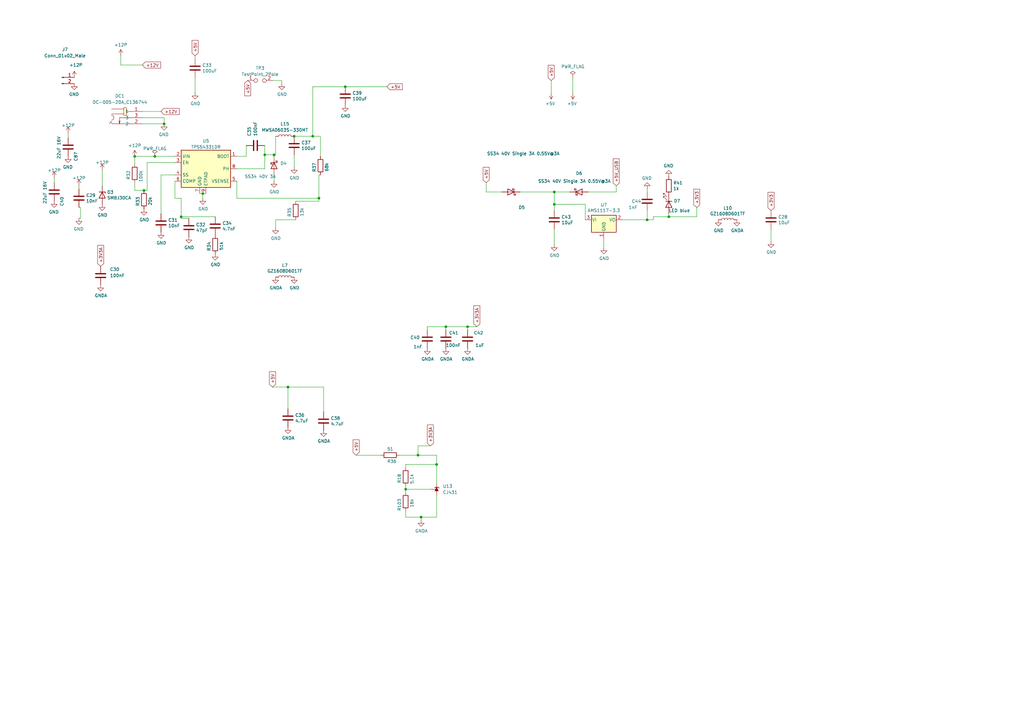
<source format=kicad_sch>
(kicad_sch (version 20231120) (generator "eeschema") (generator_version "8.0")
  (paper "A3")
  (lib_symbols
    (symbol "Reference_Voltage:CJ432" (pin_numbers hide) (pin_names hide)
      (property "Reference" "U" (at -2.54 2.54 0))
      (property "Value" "CJ432" (at 0 -2.54 0))
      (symbol "CJ432_0_1"
        (polyline (pts (xy -1.27 0) (xy 0 0) (xy 1.27 0)))
        (polyline (pts (xy -0.762 0.762) (xy 0.762 0) (xy -0.762 -0.762)) (fill (type outline)))
        (polyline (pts (xy 0.508 -1.016) (xy 0.762 -0.762) (xy 0.762 0.762) (xy 0.762 0.762)) (stroke (width 0.254)))
      )
      (symbol "CJ432_1_1"
        (pin passive line (at 0 2.54 270) (length 2.54) (name "REF") (number "1"))
        (pin passive line (at 2.54 0 180) (length 1.27) (name "K") (number "2"))
        (pin passive line (at -2.54 0 0) (length 1.27) (name "A") (number "3"))
      )
    )
    (symbol "piezo_driver:+12P" (power) (pin_names (offset 0))
      (property "Value" "+12P" (at 0 3.556 0))
      (symbol "+12P_0_1"
        (polyline (pts (xy -0.762 1.27) (xy 0 2.54)))
        (polyline (pts (xy 0 0) (xy 0 2.54)))
        (polyline (pts (xy 0 2.54) (xy 0.762 1.27)))
      )
      (symbol "+12P_1_1"
        (pin power_in line (at 0 0 90) (length 0) hide (name "+12P") (number "1"))
      )
    )
    (symbol "piezo_driver:+5V" (power) (pin_names (offset 0))
      (property "Value" "+5V" (at 0 3.556 0))
      (symbol "+5V_0_1"
        (polyline (pts (xy -0.762 1.27) (xy 0 2.54)))
        (polyline (pts (xy 0 0) (xy 0 2.54)))
        (polyline (pts (xy 0 2.54) (xy 0.762 1.27)))
      )
      (symbol "+5V_1_1"
        (pin power_in line (at 0 0 90) (length 0) hide (name "+5V") (number "1"))
      )
    )
    (symbol "piezo_driver:C" (pin_numbers hide) (pin_names (offset 0.254))
      (property "Reference" "C" (at 0.635 2.54 0))
      (property "Value" "C" (at 0.635 -2.54 0))
      (symbol "C_0_1"
        (polyline (pts (xy -2.032 -0.762) (xy 2.032 -0.762)) (stroke (width 0.508)))
        (polyline (pts (xy -2.032 0.762) (xy 2.032 0.762)) (stroke (width 0.508)))
      )
      (symbol "C_1_1"
        (pin passive line (at 0 3.81 270) (length 2.794) (name "~") (number "1"))
        (pin passive line (at 0 -3.81 90) (length 2.794) (name "~") (number "2"))
      )
    )
    (symbol "piezo_driver:Conn_01x02_Male" (pin_names (offset 1.016) hide)
      (property "Reference" "J" (at 0 2.54 0))
      (property "Value" "Conn_01x02_Male" (at 0 -5.08 0))
      (symbol "Conn_01x02_Male_1_1"
        (polyline (pts (xy 1.27 -2.54) (xy 0.8636 -2.54)) (stroke (width 0.1524)))
        (polyline (pts (xy 1.27 0) (xy 0.8636 0)) (stroke (width 0.1524)))
        (rectangle (start 0.8636 -2.413) (end 0 -2.667) (stroke (width 0.1524)) (fill (type outline)))
        (rectangle (start 0.8636 0.127) (end 0 -0.127) (stroke (width 0.1524)) (fill (type outline)))
        (pin passive line (at 5.08 0 180) (length 3.81) (name "Pin_1") (number "1"))
        (pin passive line (at 5.08 -2.54 180) (length 3.81) (name "Pin_2") (number "2"))
      )
    )
    (symbol "piezo_driver:DC-005-20A_C136744"
      (property "Reference" "DC" (at 0 6.35 0))
      (property "Value" "DC-005-20A_C136744" (at 0 -8.89 0))
      (symbol "DC-005-20A_C136744_0_1"
        (arc (start -6.35 -2.29) (mid -5.3679 -1.27) (end -6.35 -0.25))
        (rectangle (start -1.27 2.79) (end -0.25 -0.25) (fill (type background)))
        (polyline (pts (xy -3.05 -3.81) (xy -2.79 -2.54)))
        (polyline (pts (xy -1.27 0.25) (xy -6.35 0.25)))
        (polyline (pts (xy -1.27 2.29) (xy -6.35 2.29)))
        (polyline (pts (xy 1.27 1.27) (xy -0.25 1.27)))
        (polyline (pts (xy 1.27 -3.81) (xy -6.1 -3.81) (xy -6.6 -2.79) (xy -7.11 -3.81)))
        (polyline (pts (xy 1.27 -1.27) (xy -3.05 -1.27) (xy -3.05 -3.81) (xy -3.3 -2.54)))
        (pin unspecified line (at 6.35 1.27 180) (length 5.08) (name "1") (number "1"))
        (pin unspecified line (at 6.35 -3.81 180) (length 5.08) (name "2") (number "2"))
        (pin unspecified line (at 6.35 -1.27 180) (length 5.08) (name "3") (number "3"))
      )
    )
    (symbol "piezo_driver:D_Schottky" (pin_numbers hide) (pin_names (offset 1.016) hide)
      (property "Reference" "D" (at 0 2.54 0))
      (property "Value" "D_Schottky" (at 0 -2.54 0))
      (symbol "D_Schottky_0_1"
        (polyline (pts (xy 1.27 0) (xy -1.27 0)))
        (polyline (pts (xy 1.27 1.27) (xy 1.27 -1.27) (xy -1.27 0) (xy 1.27 1.27)) (stroke (width 0.254)))
        (polyline (pts (xy -1.905 0.635) (xy -1.905 1.27) (xy -1.27 1.27) (xy -1.27 -1.27) (xy -0.635 -1.27) (xy -0.635 -0.635)) (stroke (width 0.254)))
      )
      (symbol "D_Schottky_1_1"
        (pin passive line (at -3.81 0 0) (length 2.54) (name "K") (number "1"))
        (pin passive line (at 3.81 0 180) (length 2.54) (name "A") (number "2"))
      )
    )
    (symbol "piezo_driver:D_Zener" (pin_numbers hide) (pin_names (offset 1.016) hide)
      (property "Reference" "D" (at 0 2.54 0))
      (property "Value" "D_Zener" (at 0 -2.54 0))
      (symbol "D_Zener_0_1"
        (polyline (pts (xy 1.27 0) (xy -1.27 0)))
        (polyline (pts (xy -1.27 -1.27) (xy -1.27 1.27) (xy -0.762 1.27)) (stroke (width 0.254)))
        (polyline (pts (xy 1.27 -1.27) (xy 1.27 1.27) (xy -1.27 0) (xy 1.27 -1.27)) (stroke (width 0.254)))
      )
      (symbol "D_Zener_1_1"
        (pin passive line (at -3.81 0 0) (length 2.54) (name "K") (number "1"))
        (pin passive line (at 3.81 0 180) (length 2.54) (name "A") (number "2"))
      )
    )
    (symbol "piezo_driver:GND" (power) (pin_names (offset 0))
      (property "Value" "GND" (at 0 -3.81 0))
      (symbol "GND_0_1"
        (polyline (pts (xy 0 0) (xy 0 -1.27) (xy 1.27 -1.27) (xy 0 -2.54) (xy -1.27 -1.27) (xy 0 -1.27)))
      )
      (symbol "GND_1_1"
        (pin power_in line (at 0 0 270) (length 0) hide (name "GND") (number "1"))
      )
    )
    (symbol "piezo_driver:GNDA" (power) (pin_names (offset 0))
      (property "Value" "GNDA" (at 0 -3.81 0))
      (symbol "GNDA_0_1"
        (polyline (pts (xy 0 0) (xy 0 -1.27) (xy 1.27 -1.27) (xy 0 -2.54) (xy -1.27 -1.27) (xy 0 -1.27)))
      )
      (symbol "GNDA_1_1"
        (pin power_in line (at 0 0 270) (length 0) hide (name "GNDA") (number "1"))
      )
    )
    (symbol "piezo_driver:L" (pin_numbers hide) (pin_names (offset 1.016) hide)
      (property "Reference" "L" (at -1.27 0 90))
      (property "Value" "L" (at 1.905 0 90))
      (symbol "L_0_1"
        (arc (start 0 -2.54) (mid 0.6323 -1.905) (end 0 -1.27))
        (arc (start 0 -1.27) (mid 0.6323 -0.635) (end 0 0))
        (arc (start 0 0) (mid 0.6323 0.635) (end 0 1.27))
        (arc (start 0 1.27) (mid 0.6323 1.905) (end 0 2.54))
      )
      (symbol "L_1_1"
        (pin passive line (at 0 3.81 270) (length 1.27) (name "1") (number "1"))
        (pin passive line (at 0 -3.81 90) (length 1.27) (name "2") (number "2"))
      )
    )
    (symbol "piezo_driver:LED" (pin_numbers hide) (pin_names (offset 1.016) hide)
      (property "Reference" "D" (at 0 2.54 0))
      (property "Value" "LED" (at 0 -2.54 0))
      (symbol "LED_0_1"
        (polyline (pts (xy -1.27 -1.27) (xy -1.27 1.27)) (stroke (width 0.254)))
        (polyline (pts (xy -1.27 0) (xy 1.27 0)))
        (polyline (pts (xy 1.27 -1.27) (xy 1.27 1.27) (xy -1.27 0) (xy 1.27 -1.27)) (stroke (width 0.254)))
        (polyline (pts (xy -3.048 -0.762) (xy -4.572 -2.286) (xy -3.81 -2.286) (xy -4.572 -2.286) (xy -4.572 -1.524)))
        (polyline (pts (xy -1.778 -0.762) (xy -3.302 -2.286) (xy -2.54 -2.286) (xy -3.302 -2.286) (xy -3.302 -1.524)))
      )
      (symbol "LED_1_1"
        (pin passive line (at -3.81 0 0) (length 2.54) (name "K") (number "1"))
        (pin passive line (at 3.81 0 180) (length 2.54) (name "A") (number "2"))
      )
    )
    (symbol "piezo_driver:LM1117-3.3" (pin_names (offset 0.254))
      (property "Reference" "U" (at -3.81 3.175 0))
      (property "Value" "LM1117-3.3" (at 0 3.175 0))
      (symbol "LM1117-3.3_0_1"
        (rectangle (start -5.08 -5.08) (end 5.08 1.905) (stroke (width 0.254)) (fill (type background)))
      )
      (symbol "LM1117-3.3_1_1"
        (pin power_in line (at 0 -7.62 90) (length 2.54) (name "GND") (number "1"))
        (pin power_out line (at 7.62 0 180) (length 2.54) (name "VO") (number "2"))
        (pin power_in line (at -7.62 0 0) (length 2.54) (name "VI") (number "3"))
      )
    )
    (symbol "piezo_driver:MBR0520LT" (pin_numbers hide) (pin_names (offset 1.016) hide)
      (property "Reference" "D" (at 0 2.54 0))
      (property "Value" "MBR0520LT" (at 0 -2.54 0))
      (symbol "MBR0520LT_0_1"
        (polyline (pts (xy 1.27 0) (xy -1.27 0)))
        (polyline (pts (xy 1.27 1.27) (xy 1.27 -1.27) (xy -1.27 0) (xy 1.27 1.27)) (stroke (width 0.254)))
        (polyline (pts (xy -1.905 0.635) (xy -1.905 1.27) (xy -1.27 1.27) (xy -1.27 -1.27) (xy -0.635 -1.27) (xy -0.635 -0.635)) (stroke (width 0.254)))
      )
      (symbol "MBR0520LT_1_1"
        (pin passive line (at -3.81 0 0) (length 2.54) (name "K") (number "1"))
        (pin passive line (at 3.81 0 180) (length 2.54) (name "A") (number "2"))
      )
    )
    (symbol "piezo_driver:PWR_FLAG" (power) (pin_numbers hide) (pin_names (offset 0) hide)
      (property "Value" "PWR_FLAG" (at 0 3.81 0))
      (symbol "PWR_FLAG_0_0"
        (pin power_out line (at 0 0 90) (length 0) (name "pwr") (number "1"))
      )
      (symbol "PWR_FLAG_0_1"
        (polyline (pts (xy 0 0) (xy 0 1.27) (xy -1.016 1.905) (xy 0 2.54) (xy 1.016 1.905) (xy 0 1.27)))
      )
    )
    (symbol "piezo_driver:R" (pin_numbers hide) (pin_names (offset 0))
      (property "Reference" "R" (at 2.032 0 90))
      (property "Value" "R" (at 0 0 90))
      (symbol "R_0_1"
        (rectangle (start -1.016 -2.54) (end 1.016 2.54) (stroke (width 0.254)))
      )
      (symbol "R_1_1"
        (pin passive line (at 0 3.81 270) (length 1.27) (name "~") (number "1"))
        (pin passive line (at 0 -3.81 90) (length 1.27) (name "~") (number "2"))
      )
    )
    (symbol "piezo_driver:TPS54336ADDA"
      (property "Reference" "U14" (at 0 12.065 0))
      (property "Value" "TPS54336ADDA" (at 0 9.525 0))
      (symbol "TPS54336ADDA_1_1"
        (rectangle (start -10.16 7.62) (end 10.16 -7.62) (stroke (width 0.254)) (fill (type background)))
        (pin output line (at 12.7 5.08 180) (length 2.54) (name "BOOT") (number "1"))
        (pin power_in line (at -12.7 5.08 0) (length 2.54) (name "VIN") (number "2"))
        (pin input line (at -12.7 2.54 0) (length 2.54) (name "EN") (number "3"))
        (pin output line (at -12.7 -2.54 0) (length 2.54) (name "SS") (number "4"))
        (pin input line (at 12.7 -5.08 180) (length 2.54) (name "VSENSE") (number "5"))
        (pin output line (at -12.7 -5.08 0) (length 2.54) (name "COMP") (number "6"))
        (pin power_in line (at -2.54 -10.16 90) (length 2.54) (name "GND") (number "7"))
        (pin output line (at 12.7 0 180) (length 2.54) (name "PH") (number "8"))
        (pin power_in line (at 0 -10.16 90) (length 2.54) (name "ETPAD") (number "9"))
      )
    )
    (symbol "piezo_driver:TestPoint_2Pole" (pin_names (offset 0.762) hide)
      (property "Reference" "TP" (at 0 1.524 0))
      (property "Value" "TestPoint_2Pole" (at 0 -1.778 0))
      (symbol "TestPoint_2Pole_0_1"
        (circle (center -1.778 0) (radius 0.762))
        (circle (center 1.778 0) (radius 0.762))
        (pin passive line (at -5.08 0 0) (length 2.54) (name "1") (number "1"))
        (pin passive line (at 5.08 0 180) (length 2.54) (name "2") (number "2"))
      )
    )
  )
  (junction (at 118.11 158.75))
  (junction (at 179.07 190.5))
  (junction (at 171.45 186.69))
  (junction (at 166.37 200.66))
  (junction (at 63.5 64.135))
  (junction (at 274.32 88.9))
  (junction (at 112.395 63.5))
  (junction (at 130.81 81.28))
  (junction (at 265.43 90.17))
  (junction (at 55.245 64.135))
  (junction (at 141.605 35.56))
  (junction (at 67.31 50.8))
  (junction (at 227.33 83.82))
  (junction (at 182.88 133.985))
  (junction (at 83.185 79.375))
  (junction (at 191.77 133.985))
  (junction (at 128.27 55.88))
  (junction (at 59.055 78.105))
  (junction (at 108.585 63.5))
  (junction (at 120.65 55.88))
  (junction (at 227.33 78.74))
  (junction (at 172.72 212.09))
  (junction (at 74.295 88.9))
  (wire (pts (xy 108.585 69.215) (xy 97.155 69.215)))
  (wire (pts (xy 130.81 82.55) (xy 130.81 81.28)))
  (wire (pts (xy 267.97 88.9) (xy 267.97 90.17)))
  (wire (pts (xy 252.73 76.2) (xy 252.73 78.74)))
  (wire (pts (xy 97.155 81.28) (xy 130.81 81.28)))
  (wire (pts (xy 171.45 186.69) (xy 179.07 186.69)))
  (wire (pts (xy 55.245 67.31) (xy 55.245 64.135)))
  (wire (pts (xy 252.73 78.74) (xy 241.3 78.74)))
  (wire (pts (xy 240.03 90.17) (xy 240.03 83.82)))
  (wire (pts (xy 112.395 64.135) (xy 112.395 63.5)))
  (wire (pts (xy 80.01 22.86) (xy 80.01 24.13)))
  (wire (pts (xy 108.585 59.69) (xy 108.585 63.5)))
  (wire (pts (xy 108.585 63.5) (xy 112.395 63.5)))
  (wire (pts (xy 88.265 88.9) (xy 74.295 88.9)))
  (wire (pts (xy 265.43 86.36) (xy 265.43 90.17)))
  (wire (pts (xy 234.95 31.75) (xy 234.95 38.1)))
  (wire (pts (xy 227.33 93.98) (xy 227.33 100.33)))
  (wire (pts (xy 74.295 81.28) (xy 74.295 88.9)))
  (wire (pts (xy 33.02 89.535) (xy 33.02 85.09)))
  (wire (pts (xy 172.72 212.09) (xy 179.07 212.09)))
  (wire (pts (xy 41.91 69.85) (xy 41.91 76.2)))
  (wire (pts (xy 166.37 201.93) (xy 166.37 200.66)))
  (wire (pts (xy 66.04 87.63) (xy 66.04 71.755)))
  (wire (pts (xy 163.83 186.69) (xy 171.45 186.69)))
  (wire (pts (xy 22.225 74.93) (xy 22.225 73.025)))
  (wire (pts (xy 158.75 35.56) (xy 141.605 35.56)))
  (wire (pts (xy 166.37 190.5) (xy 179.07 190.5)))
  (wire (pts (xy 265.43 77.47) (xy 265.43 78.74)))
  (wire (pts (xy 227.33 78.74) (xy 227.33 83.82)))
  (wire (pts (xy 172.72 213.36) (xy 172.72 212.09)))
  (wire (pts (xy 120.65 68.58) (xy 120.65 63.5)))
  (wire (pts (xy 199.39 78.74) (xy 205.74 78.74)))
  (wire (pts (xy 71.755 81.28) (xy 71.755 74.295)))
  (wire (pts (xy 100.965 64.135) (xy 97.155 64.135)))
  (wire (pts (xy 33.02 89.535) (xy 32.385 89.535)))
  (wire (pts (xy 175.26 133.985) (xy 175.26 135.255)))
  (wire (pts (xy 146.05 186.69) (xy 156.21 186.69)))
  (wire (pts (xy 113.03 55.88) (xy 113.03 63.5)))
  (wire (pts (xy 32.385 85.09) (xy 33.02 85.09)))
  (wire (pts (xy 67.31 48.26) (xy 67.31 50.8)))
  (wire (pts (xy 227.33 83.82) (xy 227.33 86.36)))
  (wire (pts (xy 83.185 79.375) (xy 84.455 79.375)))
  (wire (pts (xy 80.01 38.1) (xy 80.01 31.75)))
  (wire (pts (xy 60.325 78.105) (xy 60.325 66.675)))
  (wire (pts (xy 113.03 90.17) (xy 113.03 93.345)))
  (wire (pts (xy 58.42 50.8) (xy 67.31 50.8)))
  (wire (pts (xy 182.88 133.985) (xy 191.77 133.985)))
  (wire (pts (xy 255.27 90.17) (xy 265.43 90.17)))
  (wire (pts (xy 274.32 87.63) (xy 274.32 88.9)))
  (wire (pts (xy 179.07 212.09) (xy 179.07 203.2)))
  (wire (pts (xy 128.27 35.56) (xy 128.27 55.88)))
  (wire (pts (xy 175.26 133.985) (xy 182.88 133.985)))
  (wire (pts (xy 113.03 90.17) (xy 121.285 90.17)))
  (wire (pts (xy 285.75 88.9) (xy 285.75 85.09)))
  (wire (pts (xy 265.43 90.17) (xy 267.97 90.17)))
  (wire (pts (xy 108.585 63.5) (xy 108.585 69.215)))
  (wire (pts (xy 130.81 71.755) (xy 131.445 71.755)))
  (wire (pts (xy 115.57 33.02) (xy 111.76 33.02)))
  (wire (pts (xy 60.325 66.675) (xy 71.755 66.675)))
  (wire (pts (xy 32.385 77.47) (xy 32.385 76.2)))
  (wire (pts (xy 166.37 212.09) (xy 172.72 212.09)))
  (wire (pts (xy 128.27 35.56) (xy 141.605 35.56)))
  (wire (pts (xy 112.395 63.5) (xy 113.03 63.5)))
  (wire (pts (xy 115.57 34.29) (xy 115.57 33.02)))
  (wire (pts (xy 274.32 88.9) (xy 267.97 88.9)))
  (wire (pts (xy 132.715 158.75) (xy 132.715 168.91)))
  (wire (pts (xy 55.245 78.105) (xy 59.055 78.105)))
  (wire (pts (xy 27.94 56.515) (xy 27.94 54.61)))
  (wire (pts (xy 316.23 99.06) (xy 316.23 93.98)))
  (wire (pts (xy 59.055 78.105) (xy 60.325 78.105)))
  (wire (pts (xy 131.445 64.135) (xy 131.445 55.88)))
  (wire (pts (xy 199.39 74.93) (xy 199.39 78.74)))
  (wire (pts (xy 111.76 158.75) (xy 118.11 158.75)))
  (wire (pts (xy 171.45 182.88) (xy 171.45 186.69)))
  (wire (pts (xy 74.295 88.9) (xy 74.295 89.535)))
  (wire (pts (xy 285.75 88.9) (xy 274.32 88.9)))
  (wire (pts (xy 97.155 74.295) (xy 97.155 81.28)))
  (wire (pts (xy 166.37 209.55) (xy 166.37 212.09)))
  (wire (pts (xy 118.11 158.75) (xy 118.11 167.64)))
  (wire (pts (xy 120.65 55.88) (xy 128.27 55.88)))
  (wire (pts (xy 166.37 190.5) (xy 166.37 191.77)))
  (wire (pts (xy 227.33 78.74) (xy 233.68 78.74)))
  (wire (pts (xy 74.295 81.28) (xy 71.755 81.28)))
  (wire (pts (xy 83.185 79.375) (xy 83.185 81.28)))
  (wire (pts (xy 179.07 198.12) (xy 179.07 190.5)))
  (wire (pts (xy 182.88 133.985) (xy 182.88 135.255)))
  (wire (pts (xy 191.77 133.985) (xy 191.77 135.255)))
  (wire (pts (xy 112.395 74.295) (xy 112.395 71.755)))
  (wire (pts (xy 58.42 45.72) (xy 66.04 45.72)))
  (wire (pts (xy 58.42 48.26) (xy 67.31 48.26)))
  (wire (pts (xy 118.11 158.75) (xy 132.715 158.75)))
  (wire (pts (xy 176.53 200.66) (xy 166.37 200.66)))
  (wire (pts (xy 227.33 83.82) (xy 240.03 83.82)))
  (wire (pts (xy 121.285 82.55) (xy 130.81 82.55)))
  (wire (pts (xy 49.53 26.67) (xy 49.53 22.86)))
  (wire (pts (xy 81.915 79.375) (xy 83.185 79.375)))
  (wire (pts (xy 55.245 74.93) (xy 55.245 78.105)))
  (wire (pts (xy 66.04 71.755) (xy 71.755 71.755)))
  (wire (pts (xy 195.58 133.985) (xy 191.77 133.985)))
  (wire (pts (xy 63.5 64.135) (xy 71.755 64.135)))
  (wire (pts (xy 247.65 97.79) (xy 247.65 101.6)))
  (wire (pts (xy 55.245 64.135) (xy 63.5 64.135)))
  (wire (pts (xy 226.06 33.02) (xy 226.06 38.1)))
  (wire (pts (xy 179.07 190.5) (xy 179.07 186.69)))
  (wire (pts (xy 128.27 55.88) (xy 131.445 55.88)))
  (wire (pts (xy 77.47 89.535) (xy 74.295 89.535)))
  (wire (pts (xy 58.42 26.67) (xy 49.53 26.67)))
  (wire (pts (xy 100.965 59.69) (xy 100.965 64.135)))
  (wire (pts (xy 213.36 78.74) (xy 227.33 78.74)))
  (wire (pts (xy 166.37 199.39) (xy 166.37 200.66)))
  (wire (pts (xy 176.53 182.88) (xy 171.45 182.88)))
  (wire (pts (xy 130.81 71.755) (xy 130.81 81.28)))
  (global_label "+5V" (shape input) (at 199.39 74.93 90) (property "Intersheetrefs" "${INTERSHEET_REFS}" (effects (hide yes))))
  (global_label "+5V" (shape input) (at 226.06 33.02 90) (property "Intersheetrefs" "${INTERSHEET_REFS}" (effects (hide yes))))
  (global_label "+3V3A" (shape input) (at 195.58 133.985 90) (property "Intersheetrefs" "${INTERSHEET_REFS}" (effects (hide yes))))
  (global_label "+5V_USB" (shape input) (at 252.73 76.2 90) (property "Intersheetrefs" "${INTERSHEET_REFS}" (effects (hide yes))))
  (global_label "+5V" (shape input) (at 101.6 33.02 270) (property "Intersheetrefs" "${INTERSHEET_REFS}" (effects (hide yes))))
  (global_label "+12V" (shape input) (at 58.42 26.67 0) (property "Intersheetrefs" "${INTERSHEET_REFS}" (effects (hide yes))))
  (global_label "+12V" (shape input) (at 66.04 45.72 0) (property "Intersheetrefs" "${INTERSHEET_REFS}" (effects (hide yes))))
  (global_label "+3V3" (shape input) (at 316.23 86.36 90) (property "Intersheetrefs" "${INTERSHEET_REFS}" (effects (hide yes))))
  (global_label "+3V3" (shape input) (at 285.75 85.09 90) (property "Intersheetrefs" "${INTERSHEET_REFS}" (effects (hide yes))))
  (global_label "+5V" (shape input) (at 158.75 35.56 0) (property "Intersheetrefs" "${INTERSHEET_REFS}" (effects (hide yes))))
  (global_label "+5V" (shape input) (at 146.05 186.69 90) (property "Intersheetrefs" "${INTERSHEET_REFS}" (effects (hide yes))))
  (global_label "+3V3A" (shape input) (at 41.275 109.22 90) (property "Intersheetrefs" "${INTERSHEET_REFS}" (effects (hide yes))))
  (global_label "+5V" (shape input) (at 111.76 158.75 90) (property "Intersheetrefs" "${INTERSHEET_REFS}" (effects (hide yes))))
  (global_label "+3V3A" (shape input) (at 176.53 182.88 90) (property "Intersheetrefs" "${INTERSHEET_REFS}" (effects (hide yes))))
  (global_label "+5V" (shape input) (at 80.01 22.86 90) (property "Intersheetrefs" "${INTERSHEET_REFS}" (effects (hide yes))))
  (symbol (lib_id "piezo_driver:GNDA") (at 132.715 176.53 0) (unit 1)
    (property "Reference" "#PWR061" (effects (hide yes)))
    (property "Value" "GNDA" (at 132.842 180.9242 0))
  )
  (symbol (lib_id "piezo_driver:C") (at 120.65 59.69 0) (unit 1)
    (property "Reference" "C37" (at 123.571 58.5216 0) (effects (justify left)))
    (property "Value" "100uF" (at 123.571 60.833 0) (effects (justify left)))
    (property "Footprint" "piezo_driver:C_1206_3216Metric_u" (effects (hide yes)))
    (property "LCSC" "C15008" (effects (hide yes)))
  )
  (symbol (lib_id "piezo_driver:GND") (at 88.265 104.14 0) (unit 1)
    (property "Reference" "#PWR054" (effects (hide yes)))
    (property "Value" "GND" (at 88.392 108.5342 0))
  )
  (symbol (lib_id "piezo_driver:GND") (at 59.055 85.725 0) (unit 1)
    (property "Reference" "#PWR049" (effects (hide yes)))
    (property "Value" "GND" (at 59.182 90.1192 0))
  )
  (symbol (lib_id "piezo_driver:GND") (at 294.64 90.17 0) (unit 1)
    (property "Reference" "#PWR076" (effects (hide yes)))
    (property "Value" "GND" (at 294.767 94.5642 0))
  )
  (symbol (lib_id "piezo_driver:GND") (at 112.395 74.295 0) (unit 1)
    (property "Reference" "#PWR055" (effects (hide yes)))
    (property "Value" "GND" (at 112.522 78.6892 0))
  )
  (symbol (lib_id "piezo_driver:C") (at 316.23 90.17 0) (unit 1)
    (property "Reference" "C28" (at 319.151 89.0016 0) (effects (justify left)))
    (property "Value" "10uF" (at 319.151 91.313 0) (effects (justify left)))
    (property "Footprint" "piezo_driver:C_0603_1608Metric_u" (effects (hide yes)))
    (property "LCSC" "C19702" (effects (hide yes)))
  )
  (symbol (lib_id "piezo_driver:+12P") (at 49.53 22.86 0) (unit 1)
    (property "Reference" "#PWR047" (effects (hide yes)))
    (property "Value" "+12P" (at 49.53 18.415 0))
  )
  (symbol (lib_id "piezo_driver:LM1117-3.3") (at 247.65 90.17 0) (unit 1)
    (property "Reference" "U7" (at 247.65 84.0232 0))
    (property "Value" "AMS1117-3.3" (at 247.65 86.3346 0))
    (property "Footprint" "piezo_driver:SOT-223-3_TabPin2" (effects (hide yes)))
    (property "Datasheet" "http://www.ti.com/lit/ds/symlink/lm1117.pdf" (effects (hide yes)))
    (property "LCSC" "C6186" (effects (hide yes)))
  )
  (symbol (lib_id "piezo_driver:GND") (at 141.605 43.18 0) (unit 1)
    (property "Reference" "#PWR063" (effects (hide yes)))
    (property "Value" "GND" (at 141.732 47.5742 0))
  )
  (symbol (lib_id "piezo_driver:GND") (at 67.31 50.8 0) (mirror y) (unit 1)
    (property "Reference" "#PWR0126" (effects (hide yes)))
    (property "Value" "GND" (at 67.183 55.1942 0))
  )
  (symbol (lib_id "piezo_driver:L") (at 116.84 113.665 90) (unit 1)
    (property "Reference" "L7" (at 116.84 108.839 90))
    (property "Value" "GZ1608D601TF" (at 116.84 111.1504 90))
    (property "Footprint" "piezo_driver:L_0603_1608Metric" (effects (hide yes)))
    (property "LCSC" "C1002" (effects (hide yes)))
  )
  (symbol (lib_id "piezo_driver:R") (at 131.445 67.945 180) (unit 1)
    (property "Reference" "R37" (at 128.905 66.675 90) (effects (justify left)))
    (property "Value" "68k" (at 133.985 66.675 90) (effects (justify left)))
    (property "Footprint" "piezo_driver:R_0603_1608Metric_u" (effects (hide yes)))
    (property "LCSC" "C23231" (effects (hide yes)))
  )
  (symbol (lib_id "piezo_driver:C") (at 104.775 59.69 90) (unit 1)
    (property "Reference" "C35" (at 102.235 55.88 0) (effects (justify left)))
    (property "Value" "100nF" (at 104.775 55.88 0) (effects (justify left)))
    (property "Footprint" "piezo_driver:C_0603_1608Metric_u" (effects (hide yes)))
    (property "LCSC" "C14663" (effects (hide yes)))
  )
  (symbol (lib_id "piezo_driver:C") (at 175.26 139.065 0) (unit 1)
    (property "Reference" "C40" (at 168.275 138.43 0) (effects (justify left)))
    (property "Value" "1nF" (at 169.545 142.24 0) (effects (justify left)))
    (property "Footprint" "piezo_driver:C_0603_1608Metric_u" (effects (hide yes)))
    (property "LCSC" "C1588" (effects (hide yes)))
  )
  (symbol (lib_id "piezo_driver:GND") (at 83.185 81.28 0) (unit 1)
    (property "Reference" "#PWR053" (effects (hide yes)))
    (property "Value" "GND" (at 83.312 85.6742 0))
  )
  (symbol (lib_id "piezo_driver:GND") (at 80.01 38.1 0) (unit 1)
    (property "Reference" "#PWR052" (effects (hide yes)))
    (property "Value" "GND" (at 80.137 42.4942 0))
  )
  (symbol (lib_id "piezo_driver:R") (at 88.265 100.33 180) (unit 1)
    (property "Reference" "R34" (at 85.725 99.06 90) (effects (justify left)))
    (property "Value" "51k" (at 90.805 99.06 90) (effects (justify left)))
    (property "Footprint" "piezo_driver:R_0603_1608Metric_u" (effects (hide yes)))
    (property "LCSC" "C23196" (effects (hide yes)))
  )
  (symbol (lib_id "piezo_driver:L") (at 116.84 55.88 90) (unit 1)
    (property "Reference" "L15" (at 116.84 50.8 90))
    (property "Value" "MWSA0603S-330MT" (at 116.84 53.34 90))
    (property "Footprint" "piezo_driver:L_Chilisin_BMRB00060624" (effects (hide yes)))
    (property "Description" "Inductor" (effects (hide yes)))
    (property "LCSC" "C408454" (effects (hide yes)))
  )
  (symbol (lib_id "piezo_driver:GND") (at 77.47 97.155 0) (unit 1)
    (property "Reference" "#PWR051" (effects (hide yes)))
    (property "Value" "GND" (at 77.597 101.5492 0))
  )
  (symbol (lib_id "piezo_driver:C") (at 77.47 93.345 0) (unit 1)
    (property "Reference" "C32" (at 80.391 92.1766 0) (effects (justify left)))
    (property "Value" "47pF" (at 80.391 94.488 0) (effects (justify left)))
    (property "Footprint" "piezo_driver:C_0603_1608Metric_u" (effects (hide yes)))
    (property "LCSC" "C1671" (effects (hide yes)))
  )
  (symbol (lib_id "piezo_driver:PWR_FLAG") (at 234.95 31.75 0) (unit 1)
    (property "Reference" "#FLG06" (effects (hide yes)))
    (property "Value" "PWR_FLAG" (at 234.95 27.3304 0))
  )
  (symbol (lib_id "Reference_Voltage:CJ432") (at 179.07 200.66 90) (unit 1)
    (property "Reference" "U13" (at 181.61 199.3899 90) (effects (justify right)))
    (property "Value" "CJ431" (at 181.61 201.9299 90) (effects (justify right)))
    (property "Footprint" "Package_TO_SOT_SMD:SOT-23" (effects (hide yes)))
    (property "Datasheet" "http://www.cj-elec.com/txUpfile/20134181474991806.pdf" (effects (hide yes)))
    (property "Description" "Shunt Regulator, SOT-23" (effects (hide yes)))
    (property "LCSC" "C3113" (effects (hide yes)))
  )
  (symbol (lib_id "piezo_driver:GND") (at 274.32 72.39 180) (unit 1)
    (property "Reference" "#PWR075" (effects (hide yes)))
    (property "Value" "GND" (at 274.193 67.9958 0))
  )
  (symbol (lib_id "piezo_driver:GND") (at 30.48 34.29 0) (mirror y) (unit 1)
    (property "Reference" "#PWR02013" (effects (hide yes)))
    (property "Value" "GND" (at 30.353 38.6842 0))
    (instances (project "artixoptbrd_v1" (path "" (reference "#PWR02013") (unit 1))) (project "linbo3modulator" (path "" (reference "#PWR041") (unit 1))))
  )
  (symbol (lib_id "piezo_driver:GND") (at 227.33 100.33 0) (unit 1)
    (property "Reference" "#PWR071" (effects (hide yes)))
    (property "Value" "GND" (at 227.457 104.7242 0))
  )
  (symbol (lib_id "piezo_driver:D_Zener") (at 41.91 80.01 270) (unit 1)
    (property "Reference" "D3" (at 43.9166 78.8416 90) (effects (justify left)))
    (property "Value" "SMBJ30CA" (at 43.9166 81.153 90) (effects (justify left)))
    (property "Footprint" "piezo_driver:D_SMB" (effects (hide yes)))
    (property "LCSC" "C2925441" (effects (hide yes)))
  )
  (symbol (lib_id "piezo_driver:GNDA") (at 175.26 142.875 0) (unit 1)
    (property "Reference" "#PWR066" (effects (hide yes)))
    (property "Value" "GNDA" (at 175.387 147.2692 0))
  )
  (symbol (lib_id "piezo_driver:C") (at 32.385 81.28 0) (unit 1)
    (property "Reference" "C29" (at 35.306 80.1116 0) (effects (justify left)))
    (property "Value" "10nF" (at 35.306 82.423 0) (effects (justify left)))
    (property "Footprint" "piezo_driver:C_0603_1608Metric_u" (effects (hide yes)))
    (property "LCSC" "C57112" (effects (hide yes)))
  )
  (symbol (lib_id "piezo_driver:GNDA") (at 302.26 90.17 0) (unit 1)
    (property "Reference" "#PWR077" (effects (hide yes)))
    (property "Value" "GNDA" (at 302.387 94.5642 0))
  )
  (symbol (lib_id "piezo_driver:GND") (at 115.57 34.29 0) (unit 1)
    (property "Reference" "#PWR039" (effects (hide yes)))
    (property "Value" "GND" (at 115.697 38.6842 0))
  )
  (symbol (lib_id "piezo_driver:GND") (at 316.23 99.06 0) (unit 1)
    (property "Reference" "#PWR062" (effects (hide yes)))
    (property "Value" "GND" (at 316.357 103.4542 0))
  )
  (symbol (lib_id "piezo_driver:+12P") (at 55.245 64.135 0) (unit 1)
    (property "Reference" "#PWR048" (effects (hide yes)))
    (property "Value" "+12P" (at 55.245 59.69 0))
  )
  (symbol (lib_id "piezo_driver:Conn_01x02_Male") (at 25.4 31.75 0) (unit 1)
    (property "Reference" "J7" (at 26.67 20.32 0))
    (property "Value" "Conn_01x02_Male" (at 26.67 22.86 0))
    (property "Footprint" "piezo_driver:Molex_Mini-Fit_Jr_5569-02A2_2x01_P4.20mm_Horizontal" (effects (hide yes)))
    (property "LCSC" "C388757" (effects (hide yes)))
    (property "LCSCUGL" "C2879844" (effects (hide yes)))
  )
  (symbol (lib_id "piezo_driver:GND") (at 32.385 89.535 0) (mirror y) (unit 1)
    (property "Reference" "#PWR02017" (effects (hide yes)))
    (property "Value" "GND" (at 32.258 93.9292 0))
    (instances (project "artixoptbrd_v1" (path "" (reference "#PWR02017") (unit 1))) (project "linbo3modulator" (path "" (reference "#PWR043") (unit 1))))
  )
  (symbol (lib_id "piezo_driver:R") (at 121.285 86.36 180) (unit 1)
    (property "Reference" "R35" (at 118.745 85.09 90) (effects (justify left)))
    (property "Value" "13k" (at 123.825 85.09 90) (effects (justify left)))
    (property "Footprint" "piezo_driver:R_0603_1608Metric_u" (effects (hide yes)))
    (property "LCSC" "C22797" (effects (hide yes)))
  )
  (symbol (lib_id "piezo_driver:GND") (at 22.225 82.55 0) (mirror y) (unit 1)
    (property "Reference" "#PWR02013" (effects (hide yes)))
    (property "Value" "GND" (at 22.098 86.9442 0))
    (instances (project "artixoptbrd_v1" (path "" (reference "#PWR02013") (unit 1))) (project "linbo3modulator" (path "" (reference "#PWR038") (unit 1))))
  )
  (symbol (lib_id "piezo_driver:R") (at 55.245 71.12 180) (unit 1)
    (property "Reference" "R32" (at 52.705 69.85 90) (effects (justify left)))
    (property "Value" "100k" (at 57.785 69.85 90) (effects (justify left)))
    (property "Footprint" "piezo_driver:R_0603_1608Metric_u" (effects (hide yes)))
    (property "LCSC" "C25803" (effects (hide yes)))
  )
  (symbol (lib_id "piezo_driver:D_Schottky") (at 112.395 67.945 270) (unit 1)
    (property "Reference" "D4" (at 114.935 66.9925 90) (effects (justify left)))
    (property "Value" "SS34 40V 3A" (at 100.33 72.39 90) (effects (justify left)))
    (property "Footprint" "piezo_driver:D_SMA" (effects (hide yes)))
    (property "LCSC" "C8678" (effects (hide yes)))
  )
  (symbol (lib_id "piezo_driver:R") (at 166.37 205.74 180) (unit 1)
    (property "Reference" "R103" (at 163.83 204.47 90) (effects (justify left)))
    (property "Value" "16k" (at 168.91 204.47 90) (effects (justify left)))
    (property "Footprint" "piezo_driver:R_0603_1608Metric_u" (effects (hide yes)))
    (property "LCSC" "C22818" (effects (hide yes)))
  )
  (symbol (lib_id "piezo_driver:GND") (at 120.65 68.58 0) (unit 1)
    (property "Reference" "#PWR059" (effects (hide yes)))
    (property "Value" "GND" (at 120.777 72.9742 0))
  )
  (symbol (lib_id "piezo_driver:GND") (at 113.03 93.345 0) (unit 1)
    (property "Reference" "#PWR056" (effects (hide yes)))
    (property "Value" "GND" (at 113.157 97.7392 0))
  )
  (symbol (lib_id "piezo_driver:+12P") (at 32.385 76.2 0) (unit 1)
    (property "Reference" "#PWR042" (effects (hide yes)))
    (property "Value" "+12P" (at 32.385 73.025 0))
  )
  (symbol (lib_id "piezo_driver:GNDA") (at 191.77 142.875 0) (unit 1)
    (property "Reference" "#PWR069" (effects (hide yes)))
    (property "Value" "GNDA" (at 191.897 147.2692 0))
  )
  (symbol (lib_id "piezo_driver:LED") (at 274.32 83.82 270) (unit 1)
    (property "Reference" "D7" (at 276.3012 82.423 90) (effects (justify left)))
    (property "Value" "LED blue" (at 274.32 86.36 90) (effects (justify left)))
    (property "Footprint" "piezo_driver:LED_0603_1608Metric" (effects (hide yes)))
    (property "LCSC" "C72038" (effects (hide yes)))
  )
  (symbol (lib_id "piezo_driver:+5V") (at 234.95 38.1 180) (unit 1)
    (property "Reference" "#PWR072" (effects (hide yes)))
    (property "Value" "+5V" (at 234.569 42.4942 0))
  )
  (symbol (lib_id "piezo_driver:+12P") (at 22.225 73.025 0) (unit 1)
    (property "Reference" "#PWR037" (effects (hide yes)))
    (property "Value" "+12P" (at 22.225 69.85 0))
  )
  (symbol (lib_id "piezo_driver:MBR0520LT") (at 209.55 78.74 180) (unit 1)
    (property "Reference" "D5" (at 213.995 85.09 0))
    (property "Value" "SS34 40V Single 3A 0.55V@3A" (at 214.63 62.992 0))
    (property "Footprint" "piezo_driver:D_SMA" (effects (hide yes)))
    (property "Datasheet" "http://www.onsemi.com/pub_link/Collateral/MBR0520LT1-D.PDF" (effects (hide yes)))
    (property "LCSC" "C8678" (effects (hide yes)))
  )
  (symbol (lib_id "piezo_driver:R") (at 160.02 186.69 270) (unit 1)
    (property "Reference" "R36" (at 158.75 189.23 90) (effects (justify left)))
    (property "Value" "51" (at 158.75 184.15 90) (effects (justify left)))
    (property "Footprint" "piezo_driver:R_0603_1608Metric_u" (effects (hide yes)))
    (property "LCSC" "C23197" (effects (hide yes)))
  )
  (symbol (lib_id "piezo_driver:C") (at 182.88 139.065 0) (unit 1)
    (property "Reference" "C41" (at 184.15 136.525 0) (effects (justify left)))
    (property "Value" "100nF" (at 182.88 141.605 0) (effects (justify left)))
    (property "Footprint" "piezo_driver:C_0603_1608Metric_u" (effects (hide yes)))
    (property "LCSC" "C14663" (effects (hide yes)))
  )
  (symbol (lib_id "piezo_driver:C") (at 118.11 171.45 180) (unit 1)
    (property "Reference" "C36" (at 121.031 170.2816 0) (effects (justify right)))
    (property "Value" "4.7uF" (at 121.031 172.593 0) (effects (justify right)))
    (property "Footprint" "piezo_driver:C_0603_1608Metric_u" (effects (hide yes)))
    (property "LCSC" "C19666" (effects (hide yes)))
  )
  (symbol (lib_id "piezo_driver:TestPoint_2Pole") (at 106.68 33.02 0) (unit 1)
    (property "Reference" "TP3" (at 106.68 27.94 0))
    (property "Value" "TestPoint_2Pole" (at 106.68 30.48 0))
    (property "Footprint" "piezo_driver:TestPoint_2Pads_Pitch2.54mm_Drill0.8mm" (effects (hide yes)))
    (property "Description" "2-polar test point" (effects (hide yes)))
  )
  (symbol (lib_id "piezo_driver:L") (at 298.45 90.17 90) (unit 1)
    (property "Reference" "L10" (at 298.45 85.344 90))
    (property "Value" "GZ1608D601TF" (at 298.45 87.6554 90))
    (property "Footprint" "piezo_driver:L_0603_1608Metric" (effects (hide yes)))
    (property "LCSC" "C1002" (effects (hide yes)))
  )
  (symbol (lib_id "piezo_driver:GNDA") (at 113.03 113.665 0) (unit 1)
    (property "Reference" "#PWR057" (effects (hide yes)))
    (property "Value" "GNDA" (at 113.157 118.0592 0))
  )
  (symbol (lib_id "piezo_driver:C") (at 66.04 91.44 0) (unit 1)
    (property "Reference" "C31" (at 68.961 90.2716 0) (effects (justify left)))
    (property "Value" "10nF" (at 68.961 92.583 0) (effects (justify left)))
    (property "Footprint" "piezo_driver:C_0603_1608Metric_u" (effects (hide yes)))
    (property "LCSC" "C57112" (effects (hide yes)))
  )
  (symbol (lib_id "piezo_driver:GNDA") (at 118.11 175.26 0) (unit 1)
    (property "Reference" "#PWR058" (effects (hide yes)))
    (property "Value" "GNDA" (at 118.237 179.6542 0))
  )
  (symbol (lib_id "piezo_driver:PWR_FLAG") (at 63.5 64.135 0) (unit 1)
    (property "Reference" "#FLG04" (effects (hide yes)))
    (property "Value" "PWR_FLAG" (at 63.5 60.96 0))
  )
  (symbol (lib_id "piezo_driver:DC-005-20A_C136744") (at 52.07 46.99 0) (unit 1)
    (property "Reference" "DC1" (at 49.15 39.37 0))
    (property "Value" "DC-005-20A_C136744" (at 49.15 41.91 0))
    (property "Footprint" "piezo_driver:DC-IN-TH_DC-005-20A" (effects (hide yes)))
    (property "Datasheet" "https://lcsc.com/product-detail/DC-Connectors_DC-005-20A_C136744.html" (effects (hide yes)))
    (property "LCSC Part" "C136744" (effects (hide yes)))
  )
  (symbol (lib_id "piezo_driver:C") (at 191.77 139.065 0) (unit 1)
    (property "Reference" "C42" (at 194.31 136.525 0) (effects (justify left)))
    (property "Value" "1uF" (at 194.945 141.605 0) (effects (justify left)))
    (property "Footprint" "piezo_driver:C_0603_1608Metric_u" (effects (hide yes)))
    (property "LCSC" "C15849" (effects (hide yes)))
  )
  (symbol (lib_id "piezo_driver:C") (at 80.01 27.94 0) (unit 1)
    (property "Reference" "C33" (at 82.931 26.7716 0) (effects (justify left)))
    (property "Value" "100uF" (at 82.931 29.083 0) (effects (justify left)))
    (property "Footprint" "piezo_driver:C_1206_3216Metric_u" (effects (hide yes)))
    (property "LCSC" "C15008" (effects (hide yes)))
  )
  (symbol (lib_id "piezo_driver:R") (at 274.32 76.2 0) (unit 1)
    (property "Reference" "R41" (at 276.098 75.0316 0) (effects (justify left)))
    (property "Value" "1k" (at 276.098 77.343 0) (effects (justify left)))
    (property "Footprint" "piezo_driver:R_0603_1608Metric_u" (effects (hide yes)))
    (property "LCSC" "C21190" (effects (hide yes)))
  )
  (symbol (lib_id "piezo_driver:R") (at 166.37 195.58 180) (unit 1)
    (property "Reference" "R18" (at 163.83 194.31 90) (effects (justify left)))
    (property "Value" "5.1k" (at 168.91 194.31 90) (effects (justify left)))
    (property "Footprint" "piezo_driver:R_0603_1608Metric_u" (effects (hide yes)))
    (property "LCSC" "C23186" (effects (hide yes)))
  )
  (symbol (lib_id "piezo_driver:GND") (at 41.91 83.82 0) (unit 1)
    (property "Reference" "#PWR046" (effects (hide yes)))
    (property "Value" "GND" (at 42.037 88.2142 0))
  )
  (symbol (lib_id "piezo_driver:GND") (at 27.94 64.135 0) (mirror y) (unit 1)
    (property "Reference" "#PWR0131" (effects (hide yes)))
    (property "Value" "GND" (at 27.813 68.5292 0))
  )
  (symbol (lib_id "piezo_driver:C") (at 227.33 90.17 0) (unit 1)
    (property "Reference" "C43" (at 230.251 89.0016 0) (effects (justify left)))
    (property "Value" "10uF" (at 230.251 91.313 0) (effects (justify left)))
    (property "Footprint" "piezo_driver:C_0603_1608Metric_u" (effects (hide yes)))
    (property "LCSC" "C19702" (effects (hide yes)))
  )
  (symbol (lib_id "piezo_driver:C") (at 132.715 172.72 180) (unit 1)
    (property "Reference" "C38" (at 135.636 171.5516 0) (effects (justify right)))
    (property "Value" "4.7uF" (at 135.636 173.863 0) (effects (justify right)))
    (property "Footprint" "piezo_driver:C_0603_1608Metric_u" (effects (hide yes)))
    (property "LCSC" "C19666" (effects (hide yes)))
  )
  (symbol (lib_id "piezo_driver:C") (at 265.43 82.55 0) (unit 1)
    (property "Reference" "C44" (at 259.08 82.55 0) (effects (justify left)))
    (property "Value" "1nF" (at 257.81 85.09 0) (effects (justify left)))
    (property "Footprint" "piezo_driver:C_0603_1608Metric_u" (effects (hide yes)))
    (property "LCSC" "C1588" (effects (hide yes)))
  )
  (symbol (lib_id "piezo_driver:C") (at 141.605 39.37 0) (unit 1)
    (property "Reference" "C39" (at 144.526 38.2016 0) (effects (justify left)))
    (property "Value" "100uF" (at 144.526 40.513 0) (effects (justify left)))
    (property "Footprint" "piezo_driver:C_1206_3216Metric_u" (effects (hide yes)))
    (property "LCSC" "C15008" (effects (hide yes)))
  )
  (symbol (lib_id "piezo_driver:C") (at 27.94 60.325 180) (unit 1)
    (property "Reference" "C87" (at 31.115 62.23 90) (effects (justify left)))
    (property "Value" "22uF 16V" (at 24.13 55.88 90) (effects (justify left)))
    (property "Footprint" "piezo_driver:C_1210_3225Metric_u" (effects (hide yes)))
    (property "HQ" "CA0135650" (effects (hide yes)))
    (property "JLC" "1206" (effects (hide yes)))
    (property "LCSC" "C12891" (effects (hide yes)))
  )
  (symbol (lib_id "piezo_driver:TPS54336ADDA") (at 84.455 69.215 0) (unit 1)
    (property "Reference" "U5" (at 84.455 57.785 0))
    (property "Value" "TPS54331DR" (at 84.455 60.325 0))
    (property "Footprint" "piezo_driver:TI_SO-PowerPAD-8" (effects (hide yes)))
    (property "Datasheet" "http://www.ti.com/lit/ds/symlink/tps54336a.pdf" (effects (hide yes)))
    (property "LCSC" "C9865" (effects (hide yes)))
  )
  (symbol (lib_id "piezo_driver:C") (at 88.265 92.71 0) (unit 1)
    (property "Reference" "C34" (at 91.186 91.5416 0) (effects (justify left)))
    (property "Value" "4.7nF" (at 91.186 93.853 0) (effects (justify left)))
    (property "Footprint" "piezo_driver:C_0603_1608Metric_u" (effects (hide yes)))
    (property "LCSC" "C53987" (effects (hide yes)))
  )
  (symbol (lib_id "piezo_driver:R") (at 59.055 81.915 180) (unit 1)
    (property "Reference" "R33" (at 56.515 80.645 90) (effects (justify left)))
    (property "Value" "20k" (at 61.595 80.645 90) (effects (justify left)))
    (property "Footprint" "piezo_driver:R_0603_1608Metric_u" (effects (hide yes)))
    (property "LCSC" "C4184" (effects (hide yes)))
  )
  (symbol (lib_id "piezo_driver:+12P") (at 27.94 54.61 0) (unit 1)
    (property "Reference" "#PWR0130" (effects (hide yes)))
    (property "Value" "+12P" (at 27.94 51.435 0))
  )
  (symbol (lib_id "piezo_driver:C") (at 41.275 113.03 0) (unit 1)
    (property "Reference" "C30" (at 45.085 110.49 0) (effects (justify left)))
    (property "Value" "100nF" (at 45.085 113.03 0) (effects (justify left)))
    (property "Footprint" "piezo_driver:C_0603_1608Metric_u" (effects (hide yes)))
    (property "LCSC" "C14663" (effects (hide yes)))
  )
  (symbol (lib_id "piezo_driver:GNDA") (at 182.88 142.875 0) (unit 1)
    (property "Reference" "#PWR067" (effects (hide yes)))
    (property "Value" "GNDA" (at 183.007 147.2692 0))
  )
  (symbol (lib_id "piezo_driver:+12P") (at 30.48 31.75 0) (unit 1)
    (property "Reference" "#PWR040" (effects (hide yes)))
    (property "Value" "+12P" (at 31.115 26.67 0))
  )
  (symbol (lib_id "piezo_driver:GND") (at 247.65 101.6 0) (unit 1)
    (property "Reference" "#PWR073" (effects (hide yes)))
    (property "Value" "GND" (at 247.777 105.9942 0))
  )
  (symbol (lib_id "piezo_driver:+12P") (at 41.91 69.85 0) (unit 1)
    (property "Reference" "#PWR045" (effects (hide yes)))
    (property "Value" "+12P" (at 41.91 66.675 0))
  )
  (symbol (lib_id "piezo_driver:GND") (at 265.43 77.47 180) (unit 1)
    (property "Reference" "#PWR074" (effects (hide yes)))
    (property "Value" "GND" (at 265.303 73.0758 0))
  )
  (symbol (lib_id "piezo_driver:GNDA") (at 172.72 213.36 0) (unit 1)
    (property "Reference" "#PWR0124" (effects (hide yes)))
    (property "Value" "GNDA" (at 172.847 217.7542 0))
  )
  (symbol (lib_id "piezo_driver:GNDA") (at 41.275 116.84 0) (unit 1)
    (property "Reference" "#PWR044" (effects (hide yes)))
    (property "Value" "GNDA" (at 41.402 121.2342 0))
  )
  (symbol (lib_id "piezo_driver:MBR0520LT") (at 237.49 78.74 0) (unit 1)
    (property "Reference" "D6" (at 237.49 71.12 0))
    (property "Value" "SS34 40V Single 3A 0.55V@3A" (at 235.585 74.295 0))
    (property "Footprint" "piezo_driver:D_SMA" (effects (hide yes)))
    (property "Datasheet" "http://www.onsemi.com/pub_link/Collateral/MBR0520LT1-D.PDF" (effects (hide yes)))
    (property "LCSC" "C8678" (effects (hide yes)))
  )
  (symbol (lib_id "piezo_driver:GND") (at 66.04 95.25 0) (unit 1)
    (property "Reference" "#PWR050" (effects (hide yes)))
    (property "Value" "GND" (at 66.167 99.6442 0))
  )
  (symbol (lib_id "piezo_driver:+5V") (at 226.06 38.1 180) (unit 1)
    (property "Reference" "#PWR070" (effects (hide yes)))
    (property "Value" "+5V" (at 225.679 42.4942 0))
  )
  (symbol (lib_id "piezo_driver:GND") (at 120.65 113.665 0) (unit 1)
    (property "Reference" "#PWR060" (effects (hide yes)))
    (property "Value" "GND" (at 120.777 118.0592 0))
  )
  (symbol (lib_id "piezo_driver:C") (at 22.225 78.74 180) (unit 1)
    (property "Reference" "C40" (at 25.4 80.645 90) (effects (justify left)))
    (property "Value" "22uF 16V" (at 18.415 74.295 90) (effects (justify left)))
    (property "Footprint" "piezo_driver:C_1210_3225Metric_u" (effects (hide yes)))
    (property "HQ" "CA0135650" (effects (hide yes)))
    (property "JLC" "1206" (effects (hide yes)))
    (property "LCSC" "C12891" (effects (hide yes)))
    (instances (project "artixoptbrd_v1" (path "" (reference "C40") (unit 1))) (project "linbo3modulator" (path "" (reference "C27") (unit 1))))
  )
)
</source>
